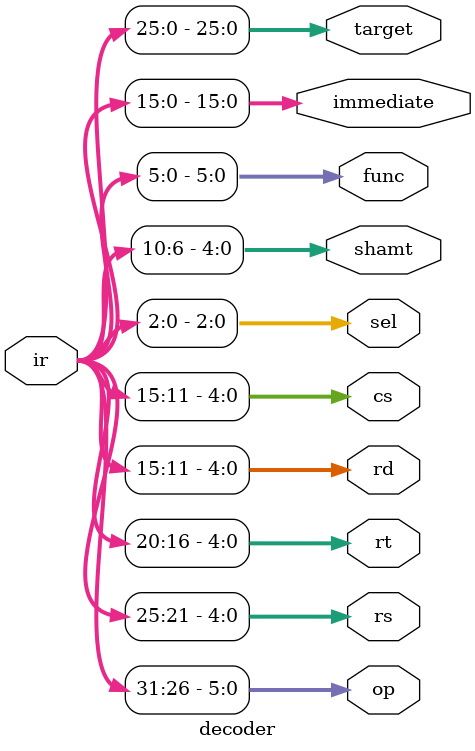
<source format=v>
module decoder(
	ir,
	op,
	rs,
	rt,
	rd,
	shamt,
	func,
	cs,
	sel,
	immediate,
	target
);

input wire[31:0] ir;
output reg[5:0] op;
output reg[4:0] rs;
output reg[4:0] rt;
output reg[4:0] rd;
output reg[4:0] cs;
output reg[2:0] sel;
output reg[4:0] shamt;
output reg[5:0] func;
output reg[15:0] immediate;
output reg[25:0] target;

initial begin
	op = 6'b000000;
	rs = 5'b00000;
	rt = 5'b00000;
	rd = 5'b00000;
	cs = 5'b00000;
	sel = 3'b000;
end

always@(*)
begin
	op = ir[31:26];
	rs = ir[25:21];
	rt = ir[20:16];
	rd = ir[15:11];
	shamt = ir[10:6];
	func = ir[5:0];
	immediate = ir[15:0];
	target = ir[25:0];
	cs = ir[15:11];
	sel = ir[2:0];
end

endmodule


</source>
